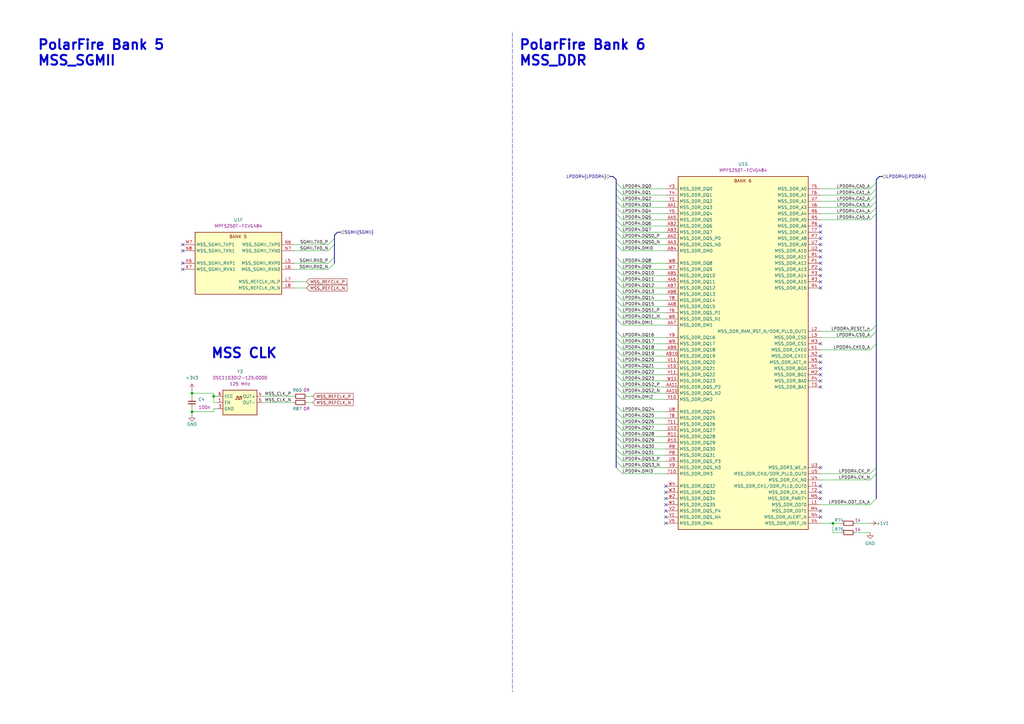
<source format=kicad_sch>
(kicad_sch (version 20231120) (generator "eeschema") (generator_version "8.0")
  (paper "A3")
  (title_block (title "PolarFire SoM") (date "2024-06-10") (rev "1.1.0") (company "Antmicro Ltd") (comment 1 "www.antmicro.com"))
  (junction (at 341.63 214.63))
  (junction (at 78.74 161.29))
  (junction (at 78.74 168.91))
  (junction (at 87.63 162.56))
  (no_connect (at 74.93 107.95))
  (no_connect (at 336.55 148.59))
  (no_connect (at 273.05 214.63))
  (no_connect (at 336.55 209.55))
  (no_connect (at 273.05 209.55))
  (no_connect (at 336.55 102.87))
  (no_connect (at 336.55 191.77))
  (no_connect (at 336.55 97.79))
  (no_connect (at 336.55 110.49))
  (no_connect (at 336.55 156.21))
  (no_connect (at 273.05 212.09))
  (no_connect (at 336.55 153.67))
  (no_connect (at 74.93 100.33))
  (no_connect (at 336.55 105.41))
  (no_connect (at 273.05 199.39))
  (no_connect (at 336.55 204.47))
  (no_connect (at 336.55 201.93))
  (no_connect (at 336.55 92.71))
  (no_connect (at 273.05 201.93))
  (no_connect (at 336.55 115.57))
  (no_connect (at 336.55 95.25))
  (no_connect (at 336.55 140.97))
  (no_connect (at 336.55 146.05))
  (no_connect (at 273.05 207.01))
  (no_connect (at 336.55 158.75))
  (no_connect (at 336.55 113.03))
  (no_connect (at 336.55 212.09))
  (no_connect (at 336.55 107.95))
  (no_connect (at 74.93 102.87))
  (no_connect (at 273.05 204.47))
  (no_connect (at 336.55 199.39))
  (no_connect (at 74.93 110.49))
  (no_connect (at 336.55 151.13))
  (no_connect (at 336.55 100.33))
  (no_connect (at 336.55 118.11))
  (bus_entry (at 252.73 120.65) (size 2.54 2.54))
  (bus_entry (at 252.73 176.53) (size 2.54 2.54))
  (bus_entry (at 359.41 80.01) (size -2.54 2.54))
  (bus_entry (at 359.41 74.93) (size -2.54 2.54))
  (bus_entry (at 252.73 191.77) (size 2.54 2.54))
  (bus_entry (at 359.41 140.97) (size -2.54 2.54))
  (bus_entry (at 137.16 105.41) (size -2.54 2.54))
  (bus_entry (at 359.41 77.47) (size -2.54 2.54))
  (bus_entry (at 252.73 128.27) (size 2.54 2.54))
  (bus_entry (at 252.73 85.09) (size 2.54 2.54))
  (bus_entry (at 252.73 161.29) (size 2.54 2.54))
  (bus_entry (at 252.73 173.99) (size 2.54 2.54))
  (bus_entry (at 359.41 191.77) (size -2.54 2.54))
  (bus_entry (at 137.16 100.33) (size -2.54 2.54))
  (bus_entry (at 252.73 181.61) (size 2.54 2.54))
  (bus_entry (at 252.73 95.25) (size 2.54 2.54))
  (bus_entry (at 252.73 153.67) (size 2.54 2.54))
  (bus_entry (at 252.73 97.79) (size 2.54 2.54))
  (bus_entry (at 252.73 135.89) (size 2.54 2.54))
  (bus_entry (at 252.73 82.55) (size 2.54 2.54))
  (bus_entry (at 252.73 146.05) (size 2.54 2.54))
  (bus_entry (at 252.73 92.71) (size 2.54 2.54))
  (bus_entry (at 252.73 140.97) (size 2.54 2.54))
  (bus_entry (at 252.73 138.43) (size 2.54 2.54))
  (bus_entry (at 252.73 87.63) (size 2.54 2.54))
  (bus_entry (at 359.41 194.31) (size -2.54 2.54))
  (bus_entry (at 137.16 97.79) (size -2.54 2.54))
  (bus_entry (at 252.73 186.69) (size 2.54 2.54))
  (bus_entry (at 252.73 143.51) (size 2.54 2.54))
  (bus_entry (at 252.73 123.19) (size 2.54 2.54))
  (bus_entry (at 252.73 107.95) (size 2.54 2.54))
  (bus_entry (at 252.73 189.23) (size 2.54 2.54))
  (bus_entry (at 359.41 85.09) (size -2.54 2.54))
  (bus_entry (at 252.73 130.81) (size 2.54 2.54))
  (bus_entry (at 252.73 171.45) (size 2.54 2.54))
  (bus_entry (at 252.73 168.91) (size 2.54 2.54))
  (bus_entry (at 252.73 105.41) (size 2.54 2.54))
  (bus_entry (at 252.73 125.73) (size 2.54 2.54))
  (bus_entry (at 252.73 80.01) (size 2.54 2.54))
  (bus_entry (at 137.16 107.95) (size -2.54 2.54))
  (bus_entry (at 252.73 90.17) (size 2.54 2.54))
  (bus_entry (at 252.73 151.13) (size 2.54 2.54))
  (bus_entry (at 252.73 179.07) (size 2.54 2.54))
  (bus_entry (at 252.73 77.47) (size 2.54 2.54))
  (bus_entry (at 359.41 87.63) (size -2.54 2.54))
  (bus_entry (at 252.73 118.11) (size 2.54 2.54))
  (bus_entry (at 252.73 156.21) (size 2.54 2.54))
  (bus_entry (at 252.73 74.93) (size 2.54 2.54))
  (bus_entry (at 359.41 133.35) (size -2.54 2.54))
  (bus_entry (at 252.73 100.33) (size 2.54 2.54))
  (bus_entry (at 252.73 113.03) (size 2.54 2.54))
  (bus_entry (at 252.73 115.57) (size 2.54 2.54))
  (bus_entry (at 252.73 184.15) (size 2.54 2.54))
  (bus_entry (at 252.73 110.49) (size 2.54 2.54))
  (bus_entry (at 359.41 204.47) (size -2.54 2.54))
  (bus_entry (at 252.73 158.75) (size 2.54 2.54))
  (bus_entry (at 359.41 135.89) (size -2.54 2.54))
  (bus_entry (at 252.73 166.37) (size 2.54 2.54))
  (bus_entry (at 252.73 148.59) (size 2.54 2.54))
  (bus_entry (at 359.41 82.55) (size -2.54 2.54))
  (bus (pts (xy 252.73 130.81) (xy 252.73 135.89)))
  (bus (pts (xy 252.73 158.75) (xy 252.73 161.29)))
  (wire (pts (xy 273.05 125.73) (xy 255.27 125.73)))
  (bus (pts (xy 250.19 72.39) (xy 251.46 72.39)))
  (wire (pts (xy 125.73 162.56) (xy 128.27 162.56)))
  (wire (pts (xy 356.87 90.17) (xy 336.55 90.17)))
  (wire (pts (xy 255.27 90.17) (xy 273.05 90.17)))
  (wire (pts (xy 255.27 128.27) (xy 273.05 128.27)))
  (bus (pts (xy 252.73 146.05) (xy 252.73 148.59)))
  (bus (pts (xy 252.73 97.79) (xy 252.73 100.33)))
  (wire (pts (xy 273.05 179.07) (xy 255.27 179.07)))
  (wire (pts (xy 273.05 173.99) (xy 255.27 173.99)))
  (bus (pts (xy 252.73 100.33) (xy 252.73 105.41)))
  (wire (pts (xy 255.27 189.23) (xy 273.05 189.23)))
  (wire (pts (xy 107.95 162.56) (xy 120.65 162.56)))
  (wire (pts (xy 255.27 95.25) (xy 273.05 95.25)))
  (bus (pts (xy 252.73 125.73) (xy 252.73 128.27)))
  (wire (pts (xy 273.05 113.03) (xy 255.27 113.03)))
  (bus (pts (xy 252.73 105.41) (xy 252.73 107.95)))
  (wire (pts (xy 255.27 82.55) (xy 273.05 82.55)))
  (bus (pts (xy 251.46 72.39) (xy 252.73 73.66)))
  (bus (pts (xy 252.73 138.43) (xy 252.73 140.97)))
  (bus (pts (xy 252.73 153.67) (xy 252.73 156.21)))
  (bus (pts (xy 359.41 77.47) (xy 359.41 80.01)))
  (wire (pts (xy 273.05 184.15) (xy 255.27 184.15)))
  (wire (pts (xy 78.74 161.29) (xy 78.74 162.56)))
  (bus (pts (xy 359.41 73.66) (xy 359.41 74.93)))
  (wire (pts (xy 255.27 158.75) (xy 273.05 158.75)))
  (wire (pts (xy 273.05 107.95) (xy 255.27 107.95)))
  (bus (pts (xy 252.73 161.29) (xy 252.73 166.37)))
  (wire (pts (xy 120.65 107.95) (xy 134.62 107.95)))
  (bus (pts (xy 252.73 171.45) (xy 252.73 173.99)))
  (bus (pts (xy 252.73 151.13) (xy 252.73 153.67)))
  (wire (pts (xy 78.74 168.91) (xy 78.74 170.18)))
  (wire (pts (xy 273.05 153.67) (xy 255.27 153.67)))
  (wire (pts (xy 356.87 80.01) (xy 336.55 80.01)))
  (bus (pts (xy 360.68 72.39) (xy 359.41 73.66)))
  (wire (pts (xy 336.55 138.43) (xy 356.87 138.43)))
  (wire (pts (xy 341.63 218.44) (xy 341.63 214.63)))
  (bus (pts (xy 137.16 100.33) (xy 137.16 105.41)))
  (wire (pts (xy 336.55 207.01) (xy 356.87 207.01)))
  (wire (pts (xy 273.05 140.97) (xy 255.27 140.97)))
  (wire (pts (xy 356.87 77.47) (xy 336.55 77.47)))
  (wire (pts (xy 341.63 214.63) (xy 345.44 214.63)))
  (bus (pts (xy 359.41 133.35) (xy 359.41 135.89)))
  (bus (pts (xy 252.73 128.27) (xy 252.73 130.81)))
  (bus (pts (xy 252.73 176.53) (xy 252.73 179.07)))
  (bus (pts (xy 252.73 115.57) (xy 252.73 118.11)))
  (wire (pts (xy 273.05 168.91) (xy 255.27 168.91)))
  (wire (pts (xy 356.87 87.63) (xy 336.55 87.63)))
  (bus (pts (xy 252.73 118.11) (xy 252.73 120.65)))
  (wire (pts (xy 336.55 194.31) (xy 356.87 194.31)))
  (wire (pts (xy 356.87 85.09) (xy 336.55 85.09)))
  (wire (pts (xy 255.27 191.77) (xy 273.05 191.77)))
  (bus (pts (xy 252.73 123.19) (xy 252.73 125.73)))
  (bus (pts (xy 252.73 73.66) (xy 252.73 74.93)))
  (wire (pts (xy 273.05 176.53) (xy 255.27 176.53)))
  (wire (pts (xy 255.27 80.01) (xy 273.05 80.01)))
  (bus (pts (xy 252.73 181.61) (xy 252.73 184.15)))
  (bus (pts (xy 252.73 107.95) (xy 252.73 110.49)))
  (bus (pts (xy 252.73 120.65) (xy 252.73 123.19)))
  (wire (pts (xy 255.27 92.71) (xy 273.05 92.71)))
  (bus (pts (xy 359.41 140.97) (xy 359.41 191.77)))
  (wire (pts (xy 273.05 118.11) (xy 255.27 118.11)))
  (bus (pts (xy 252.73 80.01) (xy 252.73 82.55)))
  (wire (pts (xy 88.9 167.64) (xy 87.63 167.64)))
  (wire (pts (xy 273.05 163.83) (xy 255.27 163.83)))
  (wire (pts (xy 78.74 167.64) (xy 78.74 168.91)))
  (wire (pts (xy 350.52 218.44) (xy 356.87 218.44)))
  (wire (pts (xy 78.74 160.02) (xy 78.74 161.29)))
  (wire (pts (xy 273.05 148.59) (xy 255.27 148.59)))
  (wire (pts (xy 273.05 138.43) (xy 255.27 138.43)))
  (wire (pts (xy 336.55 214.63) (xy 341.63 214.63)))
  (bus (pts (xy 252.73 156.21) (xy 252.73 158.75)))
  (bus (pts (xy 137.16 97.79) (xy 137.16 100.33)))
  (bus (pts (xy 137.16 96.52) (xy 137.16 97.79)))
  (bus (pts (xy 252.73 85.09) (xy 252.73 87.63)))
  (bus (pts (xy 252.73 110.49) (xy 252.73 113.03)))
  (wire (pts (xy 255.27 161.29) (xy 273.05 161.29)))
  (wire (pts (xy 273.05 115.57) (xy 255.27 115.57)))
  (bus (pts (xy 252.73 82.55) (xy 252.73 85.09)))
  (bus (pts (xy 252.73 166.37) (xy 252.73 168.91)))
  (bus (pts (xy 252.73 179.07) (xy 252.73 181.61)))
  (bus (pts (xy 359.41 135.89) (xy 359.41 140.97)))
  (bus (pts (xy 252.73 77.47) (xy 252.73 80.01)))
  (bus (pts (xy 359.41 85.09) (xy 359.41 87.63)))
  (wire (pts (xy 273.05 171.45) (xy 255.27 171.45)))
  (bus (pts (xy 137.16 105.41) (xy 137.16 107.95)))
  (wire (pts (xy 255.27 102.87) (xy 273.05 102.87)))
  (bus (pts (xy 139.7 95.25) (xy 138.43 95.25)))
  (bus (pts (xy 359.41 87.63) (xy 359.41 133.35)))
  (wire (pts (xy 273.05 194.31) (xy 255.27 194.31)))
  (bus (pts (xy 252.73 184.15) (xy 252.73 186.69)))
  (wire (pts (xy 87.63 165.1) (xy 87.63 162.56)))
  (bus (pts (xy 252.73 95.25) (xy 252.73 97.79)))
  (wire (pts (xy 255.27 77.47) (xy 273.05 77.47)))
  (wire (pts (xy 356.87 82.55) (xy 336.55 82.55)))
  (wire (pts (xy 273.05 186.69) (xy 255.27 186.69)))
  (wire (pts (xy 273.05 100.33) (xy 255.27 100.33)))
  (wire (pts (xy 78.74 168.91) (xy 87.63 168.91)))
  (bus (pts (xy 252.73 92.71) (xy 252.73 95.25)))
  (wire (pts (xy 273.05 146.05) (xy 255.27 146.05)))
  (bus (pts (xy 252.73 148.59) (xy 252.73 151.13)))
  (wire (pts (xy 88.9 165.1) (xy 87.63 165.1)))
  (bus (pts (xy 252.73 140.97) (xy 252.73 143.51)))
  (wire (pts (xy 87.63 167.64) (xy 87.63 168.91)))
  (wire (pts (xy 273.05 151.13) (xy 255.27 151.13)))
  (bus (pts (xy 252.73 90.17) (xy 252.73 92.71)))
  (bus (pts (xy 252.73 113.03) (xy 252.73 115.57)))
  (wire (pts (xy 273.05 181.61) (xy 255.27 181.61)))
  (wire (pts (xy 273.05 156.21) (xy 255.27 156.21)))
  (wire (pts (xy 255.27 130.81) (xy 273.05 130.81)))
  (wire (pts (xy 273.05 133.35) (xy 255.27 133.35)))
  (wire (pts (xy 336.55 135.89) (xy 356.87 135.89)))
  (wire (pts (xy 273.05 123.19) (xy 255.27 123.19)))
  (wire (pts (xy 78.74 161.29) (xy 87.63 161.29)))
  (wire (pts (xy 273.05 97.79) (xy 255.27 97.79)))
  (wire (pts (xy 336.55 196.85) (xy 356.87 196.85)))
  (bus (pts (xy 252.73 189.23) (xy 252.73 191.77)))
  (bus (pts (xy 359.41 80.01) (xy 359.41 82.55)))
  (wire (pts (xy 120.65 118.11) (xy 125.73 118.11)))
  (wire (pts (xy 87.63 161.29) (xy 87.63 162.56)))
  (wire (pts (xy 120.65 100.33) (xy 134.62 100.33)))
  (wire (pts (xy 120.65 115.57) (xy 125.73 115.57)))
  (bus (pts (xy 359.41 191.77) (xy 359.41 194.31)))
  (wire (pts (xy 107.95 165.1) (xy 120.65 165.1)))
  (bus (pts (xy 252.73 135.89) (xy 252.73 138.43)))
  (bus (pts (xy 359.41 82.55) (xy 359.41 85.09)))
  (bus (pts (xy 252.73 74.93) (xy 252.73 77.47)))
  (wire (pts (xy 273.05 143.51) (xy 255.27 143.51)))
  (bus (pts (xy 252.73 168.91) (xy 252.73 171.45)))
  (bus (pts (xy 252.73 87.63) (xy 252.73 90.17)))
  (polyline (pts (xy 210.185 13.335) (xy 210.185 283.845)) (stroke (width 0) (type dash)))
  (wire (pts (xy 273.05 120.65) (xy 255.27 120.65)))
  (wire (pts (xy 336.55 143.51) (xy 356.87 143.51)))
  (bus (pts (xy 138.43 95.25) (xy 137.16 96.52)))
  (bus (pts (xy 359.41 74.93) (xy 359.41 77.47)))
  (wire (pts (xy 350.52 214.63) (xy 356.87 214.63)))
  (bus (pts (xy 252.73 186.69) (xy 252.73 189.23)))
  (bus (pts (xy 252.73 173.99) (xy 252.73 176.53)))
  (bus (pts (xy 252.73 143.51) (xy 252.73 146.05)))
  (wire (pts (xy 345.44 218.44) (xy 341.63 218.44)))
  (wire (pts (xy 255.27 85.09) (xy 273.05 85.09)))
  (wire (pts (xy 120.65 110.49) (xy 134.62 110.49)))
  (wire (pts (xy 87.63 162.56) (xy 88.9 162.56)))
  (wire (pts (xy 255.27 87.63) (xy 273.05 87.63)))
  (bus (pts (xy 359.41 194.31) (xy 359.41 204.47)))
  (wire (pts (xy 125.73 165.1) (xy 128.27 165.1)))
  (bus (pts (xy 361.95 72.39) (xy 360.68 72.39)))
  (wire (pts (xy 120.65 102.87) (xy 134.62 102.87)))
  (wire (pts (xy 273.05 110.49) (xy 255.27 110.49)))
  (text "MSS CLK" (at 86.36 147.32 0) (effects (font (size 4 4) (thickness 0.8) (bold yes)) (justify left bottom)))
  (text "PolarFire Bank 6\nMSS_DDR" (at 212.725 27.305 0) (effects (font (size 4 4) (thickness 0.8) (bold yes)) (justify left bottom)))
  (text "PolarFire Bank 5 \nMSS_SGMII" (at 15.24 27.305 0) (effects (font (size 4 4) (thickness 0.8) (bold yes)) (justify left bottom)))
  (label "LPDDR4.DMI3" (at 255.27 194.31 0))
  (label "LPDDR4.DQS0_P" (at 255.27 97.79 0))
  (label "LPDDR4.DMI2" (at 255.27 163.83 0))
  (label "MSS_CLK_N" (at 108.585 165.1 0))
  (label "LPDDR4.DQS1_P" (at 255.27 128.27 0))
  (label "LPDDR4.DQ5" (at 255.27 90.17 0))
  (label "LPDDR4.CA5_A" (at 356.87 90.17 180))
  (label "LPDDR4.CA3_A" (at 356.87 85.09 180))
  (label "LPDDR4.DQS2_P" (at 255.27 158.75 0))
  (label "LPDDR4.ODT_CA_A" (at 356.87 207.01 180))
  (label "SGMII.TX0_P" (at 134.62 100.33 180))
  (label "LPDDR4.CA2_A" (at 356.87 82.55 180))
  (label "LPDDR4.DQ15" (at 255.27 125.73 0))
  (label "LPDDR4.DQ1" (at 255.27 80.01 0))
  (label "LPDDR4.DQ11" (at 255.27 115.57 0))
  (label "LPDDR4.CK_N" (at 356.87 196.85 180))
  (label "LPDDR4.CKE0_A" (at 356.87 143.51 180))
  (label "LPDDR4.DQ17" (at 255.27 140.97 0))
  (label "LPDDR4.DQ18" (at 255.27 143.51 0))
  (label "LPDDR4.DQ28" (at 255.27 179.07 0))
  (label "LPDDR4.DQ12" (at 255.27 118.11 0))
  (label "LPDDR4.DQ7" (at 255.27 95.25 0))
  (label "LPDDR4.DQ23" (at 255.27 156.21 0))
  (label "LPDDR4.DQS2_N" (at 255.27 161.29 0))
  (label "LPDDR4.DQ8" (at 255.27 107.95 0))
  (label "LPDDR4.DQS3_N" (at 255.27 191.77 0))
  (label "LPDDR4.CK_P" (at 356.87 194.31 180))
  (label "LPDDR4.DQ4" (at 255.27 87.63 0))
  (label "LPDDR4.DQ25" (at 255.27 171.45 0))
  (label "LPDDR4.DQ27" (at 255.27 176.53 0))
  (label "LPDDR4.DQ29" (at 255.27 181.61 0))
  (label "LPDDR4.DQS1_N" (at 255.27 130.81 0))
  (label "LPDDR4.DQ20" (at 255.27 148.59 0))
  (label "LPDDR4.DQ30" (at 255.27 184.15 0))
  (label "MSS_CLK_P" (at 108.585 162.56 0))
  (label "LPDDR4.DQ16" (at 255.27 138.43 0))
  (label "LPDDR4.RESET_n" (at 356.87 135.89 180))
  (label "SGMII.RX0_P" (at 134.62 107.95 180))
  (label "LPDDR4.DQ22" (at 255.27 153.67 0))
  (label "LPDDR4.DQ0" (at 255.27 77.47 0))
  (label "LPDDR4.DQ10" (at 255.27 113.03 0))
  (label "LPDDR4.DQS3_P" (at 255.27 189.23 0))
  (label "LPDDR4.DQ9" (at 255.27 110.49 0))
  (label "LPDDR4.DQ13" (at 255.27 120.65 0))
  (label "LPDDR4.CS0_A" (at 356.87 138.43 180))
  (label "SGMII.TX0_N" (at 134.62 102.87 180))
  (label "LPDDR4.DMI0" (at 255.27 102.87 0))
  (label "SGMII.RX0_N" (at 134.62 110.49 180))
  (label "LPDDR4.DQ21" (at 255.27 151.13 0))
  (label "LPDDR4.DQ3" (at 255.27 85.09 0))
  (label "LPDDR4.DQ31" (at 255.27 186.69 0))
  (label "LPDDR4.DQ19" (at 255.27 146.05 0))
  (label "LPDDR4.CA0_A" (at 356.87 77.47 180))
  (label "LPDDR4.DQ6" (at 255.27 92.71 0))
  (label "LPDDR4.DQ2" (at 255.27 82.55 0))
  (label "LPDDR4.DQS0_N" (at 255.27 100.33 0))
  (label "LPDDR4.DQ24" (at 255.27 168.91 0))
  (label "LPDDR4.DMI1" (at 255.27 133.35 0))
  (label "LPDDR4.DQ14" (at 255.27 123.19 0))
  (label "LPDDR4.CA4_A" (at 356.87 87.63 180))
  (label "LPDDR4.DQ26" (at 255.27 173.99 0))
  (label "LPDDR4.CA1_A" (at 356.87 80.01 180))
  (global_label "MSS_REFCLK_N" (shape input) (at 128.27 165.1 0) (property "Intersheetrefs" "${INTERSHEET_REFS}" (at 145.467 165.1 0) (effects (justify left))))
  (global_label "MSS_REFCLK_N" (shape input) (at 125.73 118.11 0) (property "Intersheetrefs" "${INTERSHEET_REFS}" (at 142.927 118.11 0) (effects (justify left))))
  (global_label "MSS_REFCLK_P" (shape input) (at 125.73 115.57 0) (property "Intersheetrefs" "${INTERSHEET_REFS}" (at 142.8665 115.57 0) (effects (justify left))))
  (global_label "MSS_REFCLK_P" (shape input) (at 128.27 162.56 0) (property "Intersheetrefs" "${INTERSHEET_REFS}" (at 145.4065 162.56 0) (effects (justify left))))
  (hierarchical_label "SGMII{SGMII}" (shape input) (at 139.7 95.25 0))
  (hierarchical_label "LPDDR4{LPDDR4}" (shape input) (at 250.19 72.39 180))
  (hierarchical_label "LPDDR4{LPDDR4}" (shape input) (at 361.95 72.39 0))
  (symbol (lib_id "antmicroCapacitors0402:C_100n_0402") (at 78.74 167.64 90) (unit 1)
    (property "Reference" "C4" (at 81.28 163.83 90) (effects (justify right)))
    (property "Value" "C_100n_0402" (effects (hide yes)))
    (property "Footprint" "antmicro-footprints:C_0402_1005Metric" (effects (hide yes)))
    (property "Datasheet" "https://www.murata.com/products/productdetail?partno=GRM155R61H104KE14%23" (effects (hide yes)))
    (property "Description" "SMD Multilayer Ceramic Capacitor, 0.1 µF, 50 V, 0402 [1005 Metric], ± 10%, X5R, GRM Series" (effects (hide yes)))
    (property "MPN" "GRM155R61H104KE14D" (effects (hide yes)))
    (property "Manufacturer" "Murata" (effects (hide yes)))
    (property "License" "Apache-2.0" (effects (hide yes)))
    (property "Author" "Antmicro" (effects (hide yes)))
    (property "Val" "100n" (at 86.36 166.37 90) (effects (justify left bottom)))
    (property "Voltage" "50V" (effects (hide yes)))
    (property "Dielectric" "X5R" (effects (hide yes)))
  )
  (symbol (lib_id "antmicropower:+3V3") (at 78.74 160.02 0) (unit 1)
    (property "Reference" "#PWR0246" (effects (hide yes)))
    (property "Value" "+3V3" (at 78.74 154.94 0))
    (property "Author" "Antmicro" (effects (hide yes)))
    (property "License" "Apache-2.0" (effects (hide yes)))
  )
  (symbol (lib_id "antmicroResistors0402:R_0R_0402") (at 120.65 162.56 0) (unit 1)
    (property "Reference" "R60" (at 121.92 160.02 0))
    (property "Value" "R_0R_0402" (effects (hide yes)))
    (property "Footprint" "antmicro-footprints:R_0402_1005Metric" (effects (hide yes)))
    (property "Datasheet" "https://industrial.panasonic.com/cdbs/www-data/pdf/RDA0000/AOA0000C301.pdf" (effects (hide yes)))
    (property "Description" "SMD Chip Resistor, Jumper, 0 ohm, 100 mW, 0402 [1005 Metric], Thick Film, General Purpose" (effects (hide yes)))
    (property "MPN" "ERJ2GE0R00X" (effects (hide yes)))
    (property "Manufacturer" "Panasonic" (effects (hide yes)))
    (property "License" "Apache-2.0" (effects (hide yes)))
    (property "Author" "Antmicro" (effects (hide yes)))
    (property "Val" "0R" (at 125.73 160.02 0))
    (property "Current" "1A" (effects (hide yes)))
  )
  (symbol (lib_id "antmicroFPGAChips:MPFS250T-FCVG484") (at 74.93 100.33 0) (unit 6)
    (property "Reference" "U1" (at 97.79 90.17 0))
    (property "Value" "MPFS250T-FCVG484" (effects (hide yes)))
    (property "Footprint" "antmicro-footprints:BGA-484_19x19mm_Layout22x22_P0.8mm-microchip-technology-mpfs250t-fcvg484" (effects (hide yes)))
    (property "Datasheet" "https://www.microsemi.com/document-portal/doc_download/1244583-polarfire-soc-advance-datasheet" (effects (hide yes)))
    (property "Description" "RISC-V System On Chip (SOC) IC PolarFire® FPGA - 254K Logic Modules 484-FCBGA (19x19)" (effects (hide yes)))
    (property "MPN" "MPFS250T-FCVG484" (at 97.79 92.71 0))
    (property "Manufacturer" "Microchip Technology" (effects (hide yes)))
    (property "VSD_class" "MPFS250T" (effects (hide yes)))
    (property "Author" "Antmicro" (effects (hide yes)))
    (property "License" "Apache-2.0" (effects (hide yes)))
  )
  (symbol (lib_id "antmicropower:GND") (at 356.87 218.44 0) (unit 1)
    (property "Reference" "#PWR0125" (effects (hide yes)))
    (property "Value" "GND" (at 356.87 222.885 0))
    (property "Author" "Antmicro" (effects (hide yes)))
    (property "License" "Apache-2.0" (effects (hide yes)))
  )
  (symbol (lib_id "antmicroResistors0402:R_1k_0402") (at 350.52 214.63 180) (unit 1)
    (property "Reference" "R74" (at 344.17 213.36 0))
    (property "Value" "R_1k_0402" (effects (hide yes)))
    (property "Footprint" "antmicro-footprints:R_0402_1005Metric" (effects (hide yes)))
    (property "Datasheet" "https://www.bourns.com/docs/product-datasheets/cr.pdf" (effects (hide yes)))
    (property "Description" "SMD Chip Resistor, 1 kohm, ± 1%, 63 mW, 0402 [1005 Metric], Thick Film, General Purpose" (effects (hide yes)))
    (property "MPN" "CR0402-FX-1001GLF" (effects (hide yes)))
    (property "Manufacturer" "Bourns" (effects (hide yes)))
    (property "License" "Apache-2.0" (effects (hide yes)))
    (property "Author" "Antmicro" (effects (hide yes)))
    (property "Val" "1k" (at 351.79 213.36 0))
    (property "Tolerance" "1%" (effects (hide yes)))
  )
  (symbol (lib_id "antmicroResistors0402:R_0R_0402") (at 120.65 165.1 0) (mirror x) (unit 1)
    (property "Reference" "R87" (at 121.92 167.64 0))
    (property "Value" "R_0R_0402" (effects (hide yes)))
    (property "Footprint" "antmicro-footprints:R_0402_1005Metric" (effects (hide yes)))
    (property "Datasheet" "https://industrial.panasonic.com/cdbs/www-data/pdf/RDA0000/AOA0000C301.pdf" (effects (hide yes)))
    (property "Description" "SMD Chip Resistor, Jumper, 0 ohm, 100 mW, 0402 [1005 Metric], Thick Film, General Purpose" (effects (hide yes)))
    (property "MPN" "ERJ2GE0R00X" (effects (hide yes)))
    (property "Manufacturer" "Panasonic" (effects (hide yes)))
    (property "License" "Apache-2.0" (effects (hide yes)))
    (property "Author" "Antmicro" (effects (hide yes)))
    (property "Val" "0R" (at 125.73 167.64 0))
    (property "Current" "1A" (effects (hide yes)))
  )
  (symbol (lib_id "antmicroFPGAChips:MPFS250T-FCVG484") (at 273.05 77.47 0) (unit 7)
    (property "Reference" "U1" (at 304.8 67.31 0))
    (property "Value" "MPFS250T-FCVG484" (effects (hide yes)))
    (property "Footprint" "antmicro-footprints:BGA-484_19x19mm_Layout22x22_P0.8mm-microchip-technology-mpfs250t-fcvg484" (effects (hide yes)))
    (property "Datasheet" "https://www.microsemi.com/document-portal/doc_download/1244583-polarfire-soc-advance-datasheet" (effects (hide yes)))
    (property "Description" "RISC-V System On Chip (SOC) IC PolarFire® FPGA - 254K Logic Modules 484-FCBGA (19x19)" (effects (hide yes)))
    (property "MPN" "MPFS250T-FCVG484" (at 304.8 69.85 0))
    (property "Manufacturer" "Microchip Technology" (effects (hide yes)))
    (property "VSD_class" "MPFS250T" (effects (hide yes)))
    (property "Author" "Antmicro" (effects (hide yes)))
    (property "License" "Apache-2.0" (effects (hide yes)))
  )
  (symbol (lib_id "antmicropower:GND") (at 78.74 170.18 0) (unit 1)
    (property "Reference" "#PWR0247" (effects (hide yes)))
    (property "Value" "GND" (at 78.74 173.99 0))
    (property "Author" "Antmicro" (effects (hide yes)))
    (property "License" "Apache-2.0" (effects (hide yes)))
  )
  (symbol (lib_id "antmicropower:+1V1") (at 356.87 214.63 270) (unit 1)
    (property "Reference" "#PWR0113" (effects (hide yes)))
    (property "Value" "+1V1" (at 361.95 214.63 90))
  )
  (symbol (lib_id "antmicroResistors0402:R_1k_0402") (at 350.52 218.44 180) (unit 1)
    (property "Reference" "R75" (at 344.17 217.17 0))
    (property "Value" "R_1k_0402" (effects (hide yes)))
    (property "Footprint" "antmicro-footprints:R_0402_1005Metric" (effects (hide yes)))
    (property "Datasheet" "https://www.bourns.com/docs/product-datasheets/cr.pdf" (effects (hide yes)))
    (property "Description" "SMD Chip Resistor, 1 kohm, ± 1%, 63 mW, 0402 [1005 Metric], Thick Film, General Purpose" (effects (hide yes)))
    (property "MPN" "CR0402-FX-1001GLF" (effects (hide yes)))
    (property "Manufacturer" "Bourns" (effects (hide yes)))
    (property "License" "Apache-2.0" (effects (hide yes)))
    (property "Author" "Antmicro" (effects (hide yes)))
    (property "Val" "1k" (at 351.79 217.17 0))
    (property "Tolerance" "1%" (effects (hide yes)))
  )
  (symbol (lib_id "antmicroOscillators:Oscillator_125MHz_DSC1103DI2") (at 88.9 162.56 0) (unit 1)
    (property "Reference" "Y3" (at 98.425 152.4 0))
    (property "Value" "Oscillator_125MHz_DSC1103DI2" (effects (hide yes)))
    (property "Footprint" "antmicro-footprints:Oscillator_SMD_Microchip_DSC1103DI2_2.5x2x0.85mm" (effects (hide yes)))
    (property "Datasheet" "https://ww1.microchip.com/downloads/aemDocuments/documents/TCG/ProductDocuments/DataSheets/DSC1103-23-Low-Jitter-Precision-LVDS-Oscillator-DS20005745C.pdf" (effects (hide yes)))
    (property "Description" "125 MHz XO (Standard) LVDS Oscillator 3.3V Enable/Disable 6-SMD, No Lead" (effects (hide yes)))
    (property "Manufacturer" "Microchip Technology" (effects (hide yes)))
    (property "MPN" "DSC1103DI2-125.0000" (at 98.425 154.94 0))
    (property "Val" "125 MHz" (at 98.425 157.48 0))
    (property "Author" "Antmicro" (effects (hide yes)))
    (property "License" "Apache-2.0" (effects (hide yes)))
  )
)
</source>
